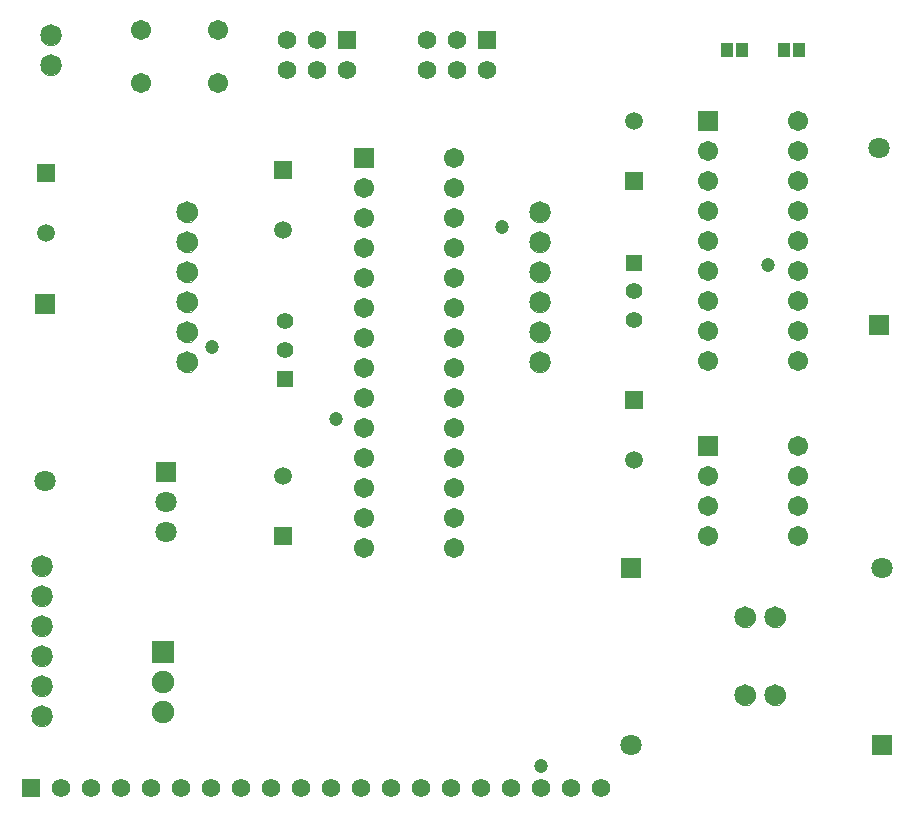
<source format=gts>
G04*
G04 #@! TF.GenerationSoftware,Altium Limited,Altium Designer,22.9.1 (49)*
G04*
G04 Layer_Color=8388736*
%FSLAX25Y25*%
%MOIN*%
G70*
G04*
G04 #@! TF.SameCoordinates,8C7AA2B9-2782-4D16-8663-33B98A07A00E*
G04*
G04*
G04 #@! TF.FilePolarity,Negative*
G04*
G01*
G75*
%ADD18C,0.00000*%
%ADD19R,0.03950X0.04540*%
%ADD20C,0.07178*%
%ADD21C,0.06706*%
%ADD22R,0.06706X0.06706*%
%ADD23R,0.06194X0.06194*%
%ADD24C,0.06194*%
%ADD25C,0.07099*%
%ADD26R,0.07099X0.07099*%
%ADD27C,0.07493*%
%ADD28R,0.07493X0.07493*%
%ADD29R,0.05524X0.05524*%
%ADD30C,0.05524*%
%ADD31R,0.07099X0.07099*%
%ADD32R,0.05918X0.05918*%
%ADD33C,0.05918*%
%ADD34C,0.04737*%
D18*
X190890Y162500D02*
X190739Y163499D01*
X190301Y164410D01*
X189614Y165150D01*
X188739Y165656D01*
X187753Y165881D01*
X186746Y165805D01*
X185805Y165436D01*
X185015Y164806D01*
X184446Y163971D01*
X184148Y163005D01*
Y161995D01*
X184446Y161029D01*
X185015Y160194D01*
X185805Y159564D01*
X186746Y159195D01*
X187753Y159119D01*
X188739Y159344D01*
X189614Y159850D01*
X190301Y160590D01*
X190739Y161501D01*
X190890Y162500D01*
Y172500D02*
X190739Y173499D01*
X190301Y174410D01*
X189614Y175150D01*
X188739Y175656D01*
X187753Y175881D01*
X186746Y175805D01*
X185805Y175436D01*
X185015Y174806D01*
X184446Y173971D01*
X184148Y173005D01*
Y171995D01*
X184446Y171029D01*
X185015Y170194D01*
X185805Y169564D01*
X186746Y169195D01*
X187753Y169120D01*
X188739Y169344D01*
X189614Y169850D01*
X190301Y170590D01*
X190739Y171501D01*
X190890Y172500D01*
Y182500D02*
X190739Y183499D01*
X190301Y184410D01*
X189614Y185150D01*
X188739Y185656D01*
X187753Y185880D01*
X186746Y185805D01*
X185805Y185436D01*
X185015Y184806D01*
X184446Y183971D01*
X184148Y183005D01*
Y181995D01*
X184446Y181029D01*
X185015Y180194D01*
X185805Y179564D01*
X186746Y179195D01*
X187753Y179120D01*
X188739Y179344D01*
X189614Y179850D01*
X190301Y180590D01*
X190739Y181501D01*
X190890Y182500D01*
Y192500D02*
X190739Y193499D01*
X190301Y194410D01*
X189614Y195150D01*
X188739Y195656D01*
X187753Y195880D01*
X186746Y195805D01*
X185805Y195436D01*
X185015Y194806D01*
X184446Y193971D01*
X184148Y193005D01*
Y191995D01*
X184446Y191029D01*
X185015Y190194D01*
X185805Y189564D01*
X186746Y189195D01*
X187753Y189120D01*
X188739Y189344D01*
X189614Y189850D01*
X190301Y190590D01*
X190739Y191501D01*
X190890Y192500D01*
Y202500D02*
X190739Y203499D01*
X190301Y204410D01*
X189614Y205150D01*
X188739Y205656D01*
X187753Y205880D01*
X186746Y205805D01*
X185805Y205436D01*
X185015Y204806D01*
X184446Y203971D01*
X184148Y203005D01*
Y201995D01*
X184446Y201029D01*
X185015Y200194D01*
X185805Y199564D01*
X186746Y199195D01*
X187753Y199119D01*
X188739Y199344D01*
X189614Y199850D01*
X190301Y200590D01*
X190739Y201501D01*
X190890Y202500D01*
Y212500D02*
X190739Y213499D01*
X190301Y214410D01*
X189614Y215150D01*
X188739Y215656D01*
X187753Y215880D01*
X186746Y215805D01*
X185805Y215436D01*
X185015Y214806D01*
X184446Y213971D01*
X184148Y213005D01*
Y211995D01*
X184446Y211029D01*
X185015Y210194D01*
X185805Y209564D01*
X186746Y209195D01*
X187753Y209120D01*
X188739Y209344D01*
X189614Y209850D01*
X190301Y210590D01*
X190739Y211501D01*
X190890Y212500D01*
X73390Y162500D02*
X73239Y163499D01*
X72801Y164410D01*
X72114Y165150D01*
X71238Y165656D01*
X70253Y165881D01*
X69246Y165805D01*
X68305Y165436D01*
X67515Y164806D01*
X66946Y163971D01*
X66648Y163005D01*
Y161995D01*
X66946Y161029D01*
X67515Y160194D01*
X68305Y159564D01*
X69246Y159195D01*
X70253Y159119D01*
X71238Y159344D01*
X72114Y159850D01*
X72801Y160590D01*
X73239Y161501D01*
X73390Y162500D01*
Y172500D02*
X73239Y173499D01*
X72801Y174410D01*
X72114Y175150D01*
X71238Y175656D01*
X70253Y175881D01*
X69246Y175805D01*
X68305Y175436D01*
X67515Y174806D01*
X66946Y173971D01*
X66648Y173005D01*
Y171995D01*
X66946Y171029D01*
X67515Y170194D01*
X68305Y169564D01*
X69246Y169195D01*
X70253Y169120D01*
X71238Y169344D01*
X72114Y169850D01*
X72801Y170590D01*
X73239Y171501D01*
X73390Y172500D01*
Y182500D02*
X73239Y183499D01*
X72801Y184410D01*
X72114Y185150D01*
X71238Y185656D01*
X70253Y185880D01*
X69246Y185805D01*
X68305Y185436D01*
X67515Y184806D01*
X66946Y183971D01*
X66648Y183005D01*
Y181995D01*
X66946Y181029D01*
X67515Y180194D01*
X68305Y179564D01*
X69246Y179195D01*
X70253Y179120D01*
X71238Y179344D01*
X72114Y179850D01*
X72801Y180590D01*
X73239Y181501D01*
X73390Y182500D01*
Y192500D02*
X73239Y193499D01*
X72801Y194410D01*
X72114Y195150D01*
X71238Y195656D01*
X70253Y195880D01*
X69246Y195805D01*
X68305Y195436D01*
X67515Y194806D01*
X66946Y193971D01*
X66648Y193005D01*
Y191995D01*
X66946Y191029D01*
X67515Y190194D01*
X68305Y189564D01*
X69246Y189195D01*
X70253Y189120D01*
X71238Y189344D01*
X72114Y189850D01*
X72801Y190590D01*
X73239Y191501D01*
X73390Y192500D01*
Y202500D02*
X73239Y203499D01*
X72801Y204410D01*
X72114Y205150D01*
X71238Y205656D01*
X70253Y205880D01*
X69246Y205805D01*
X68305Y205436D01*
X67515Y204806D01*
X66946Y203971D01*
X66648Y203005D01*
Y201995D01*
X66946Y201029D01*
X67515Y200194D01*
X68305Y199564D01*
X69246Y199195D01*
X70253Y199119D01*
X71238Y199344D01*
X72114Y199850D01*
X72801Y200590D01*
X73239Y201501D01*
X73390Y202500D01*
Y212500D02*
X73239Y213499D01*
X72801Y214410D01*
X72114Y215150D01*
X71238Y215656D01*
X70253Y215880D01*
X69246Y215805D01*
X68305Y215436D01*
X67515Y214806D01*
X66946Y213971D01*
X66648Y213005D01*
Y211995D01*
X66946Y211029D01*
X67515Y210194D01*
X68305Y209564D01*
X69246Y209195D01*
X70253Y209120D01*
X71238Y209344D01*
X72114Y209850D01*
X72801Y210590D01*
X73239Y211501D01*
X73390Y212500D01*
X27890Y261500D02*
X27739Y262499D01*
X27301Y263410D01*
X26614Y264150D01*
X25738Y264656D01*
X24753Y264880D01*
X23746Y264805D01*
X22805Y264436D01*
X22015Y263806D01*
X21446Y262971D01*
X21148Y262005D01*
Y260995D01*
X21446Y260029D01*
X22015Y259194D01*
X22805Y258564D01*
X23746Y258195D01*
X24753Y258120D01*
X25738Y258344D01*
X26614Y258850D01*
X27301Y259590D01*
X27739Y260501D01*
X27890Y261500D01*
Y271500D02*
X27739Y272499D01*
X27301Y273410D01*
X26614Y274150D01*
X25738Y274656D01*
X24753Y274881D01*
X23746Y274805D01*
X22805Y274436D01*
X22015Y273806D01*
X21446Y272971D01*
X21148Y272005D01*
Y270995D01*
X21446Y270029D01*
X22015Y269194D01*
X22805Y268564D01*
X23746Y268195D01*
X24753Y268120D01*
X25738Y268344D01*
X26614Y268850D01*
X27301Y269590D01*
X27739Y270501D01*
X27890Y271500D01*
X24890Y44500D02*
X24739Y45499D01*
X24301Y46410D01*
X23614Y47150D01*
X22738Y47656D01*
X21753Y47881D01*
X20746Y47805D01*
X19805Y47436D01*
X19015Y46806D01*
X18446Y45971D01*
X18148Y45005D01*
Y43995D01*
X18446Y43029D01*
X19015Y42194D01*
X19805Y41564D01*
X20746Y41195D01*
X21753Y41120D01*
X22738Y41344D01*
X23614Y41850D01*
X24301Y42590D01*
X24739Y43501D01*
X24890Y44500D01*
Y54500D02*
X24739Y55499D01*
X24301Y56410D01*
X23614Y57150D01*
X22738Y57656D01*
X21753Y57881D01*
X20746Y57805D01*
X19805Y57436D01*
X19015Y56806D01*
X18446Y55971D01*
X18148Y55005D01*
Y53995D01*
X18446Y53029D01*
X19015Y52194D01*
X19805Y51564D01*
X20746Y51195D01*
X21753Y51120D01*
X22738Y51344D01*
X23614Y51850D01*
X24301Y52590D01*
X24739Y53501D01*
X24890Y54500D01*
Y64500D02*
X24739Y65499D01*
X24301Y66410D01*
X23614Y67150D01*
X22738Y67656D01*
X21753Y67880D01*
X20746Y67805D01*
X19805Y67436D01*
X19015Y66806D01*
X18446Y65971D01*
X18148Y65005D01*
Y63995D01*
X18446Y63029D01*
X19015Y62194D01*
X19805Y61564D01*
X20746Y61195D01*
X21753Y61120D01*
X22738Y61344D01*
X23614Y61850D01*
X24301Y62590D01*
X24739Y63501D01*
X24890Y64500D01*
Y74500D02*
X24739Y75499D01*
X24301Y76410D01*
X23614Y77150D01*
X22738Y77656D01*
X21753Y77881D01*
X20746Y77805D01*
X19805Y77436D01*
X19015Y76806D01*
X18446Y75971D01*
X18148Y75005D01*
Y73995D01*
X18446Y73029D01*
X19015Y72194D01*
X19805Y71564D01*
X20746Y71195D01*
X21753Y71119D01*
X22738Y71344D01*
X23614Y71850D01*
X24301Y72590D01*
X24739Y73501D01*
X24890Y74500D01*
Y84500D02*
X24739Y85499D01*
X24301Y86410D01*
X23614Y87150D01*
X22738Y87656D01*
X21753Y87880D01*
X20746Y87805D01*
X19805Y87436D01*
X19015Y86806D01*
X18446Y85971D01*
X18148Y85005D01*
Y83995D01*
X18446Y83029D01*
X19015Y82194D01*
X19805Y81564D01*
X20746Y81195D01*
X21753Y81120D01*
X22738Y81344D01*
X23614Y81850D01*
X24301Y82590D01*
X24739Y83501D01*
X24890Y84500D01*
Y94500D02*
X24739Y95499D01*
X24301Y96410D01*
X23614Y97150D01*
X22738Y97656D01*
X21753Y97881D01*
X20746Y97805D01*
X19805Y97436D01*
X19015Y96806D01*
X18446Y95971D01*
X18148Y95005D01*
Y93995D01*
X18446Y93029D01*
X19015Y92194D01*
X19805Y91564D01*
X20746Y91195D01*
X21753Y91119D01*
X22738Y91344D01*
X23614Y91850D01*
X24301Y92590D01*
X24739Y93501D01*
X24890Y94500D01*
X259390Y77500D02*
X259239Y78499D01*
X258801Y79410D01*
X258114Y80150D01*
X257239Y80656D01*
X256253Y80880D01*
X255246Y80805D01*
X254305Y80436D01*
X253515Y79806D01*
X252946Y78971D01*
X252648Y78005D01*
Y76995D01*
X252946Y76029D01*
X253515Y75194D01*
X254305Y74564D01*
X255246Y74195D01*
X256253Y74120D01*
X257239Y74344D01*
X258114Y74850D01*
X258801Y75590D01*
X259239Y76501D01*
X259390Y77500D01*
X269390D02*
X269239Y78499D01*
X268801Y79410D01*
X268114Y80150D01*
X267238Y80656D01*
X266253Y80880D01*
X265246Y80805D01*
X264305Y80436D01*
X263515Y79806D01*
X262946Y78971D01*
X262648Y78005D01*
Y76995D01*
X262946Y76029D01*
X263515Y75194D01*
X264305Y74564D01*
X265246Y74195D01*
X266253Y74120D01*
X267238Y74344D01*
X268114Y74850D01*
X268801Y75590D01*
X269239Y76501D01*
X269390Y77500D01*
X259390Y51500D02*
X259239Y52499D01*
X258801Y53410D01*
X258114Y54150D01*
X257239Y54656D01*
X256253Y54880D01*
X255246Y54805D01*
X254305Y54436D01*
X253515Y53806D01*
X252946Y52971D01*
X252648Y52005D01*
Y50995D01*
X252946Y50029D01*
X253515Y49194D01*
X254305Y48564D01*
X255246Y48195D01*
X256253Y48120D01*
X257239Y48344D01*
X258114Y48850D01*
X258801Y49590D01*
X259239Y50501D01*
X259390Y51500D01*
X269390D02*
X269239Y52499D01*
X268801Y53410D01*
X268114Y54150D01*
X267238Y54656D01*
X266253Y54880D01*
X265246Y54805D01*
X264305Y54436D01*
X263515Y53806D01*
X262946Y52971D01*
X262648Y52005D01*
Y50995D01*
X262946Y50029D01*
X263515Y49194D01*
X264305Y48564D01*
X265246Y48195D01*
X266253Y48120D01*
X267238Y48344D01*
X268114Y48850D01*
X268801Y49590D01*
X269239Y50501D01*
X269390Y51500D01*
D19*
X274000Y266500D02*
D03*
X268882D02*
D03*
X250000D02*
D03*
X255118D02*
D03*
D20*
X187500Y162500D02*
D03*
Y172500D02*
D03*
Y182500D02*
D03*
Y192500D02*
D03*
Y202500D02*
D03*
Y212500D02*
D03*
X70000Y162500D02*
D03*
Y172500D02*
D03*
Y182500D02*
D03*
Y192500D02*
D03*
Y202500D02*
D03*
Y212500D02*
D03*
X24500Y261500D02*
D03*
Y271500D02*
D03*
X21500Y44500D02*
D03*
Y54500D02*
D03*
Y64500D02*
D03*
Y74500D02*
D03*
Y84500D02*
D03*
Y94500D02*
D03*
X256000Y77500D02*
D03*
X266000D02*
D03*
X256000Y51500D02*
D03*
X266000D02*
D03*
D21*
X159000Y100500D02*
D03*
Y110500D02*
D03*
Y120500D02*
D03*
Y130500D02*
D03*
Y140500D02*
D03*
Y150500D02*
D03*
Y160500D02*
D03*
Y170500D02*
D03*
Y180500D02*
D03*
Y190500D02*
D03*
Y200500D02*
D03*
Y210500D02*
D03*
Y220500D02*
D03*
Y230500D02*
D03*
X129000Y100500D02*
D03*
Y110500D02*
D03*
Y120500D02*
D03*
Y130500D02*
D03*
Y140500D02*
D03*
Y150500D02*
D03*
Y160500D02*
D03*
Y170500D02*
D03*
Y180500D02*
D03*
Y190500D02*
D03*
Y200500D02*
D03*
Y210500D02*
D03*
Y220500D02*
D03*
X54705Y255642D02*
D03*
Y273358D02*
D03*
X80295D02*
D03*
Y255642D02*
D03*
X273500Y104500D02*
D03*
Y114500D02*
D03*
Y124500D02*
D03*
Y134500D02*
D03*
X243500Y104500D02*
D03*
Y114500D02*
D03*
Y124500D02*
D03*
Y233000D02*
D03*
Y223000D02*
D03*
Y213000D02*
D03*
Y203000D02*
D03*
Y193000D02*
D03*
Y183000D02*
D03*
Y173000D02*
D03*
Y163000D02*
D03*
X273500Y243000D02*
D03*
Y233000D02*
D03*
Y223000D02*
D03*
Y213000D02*
D03*
Y203000D02*
D03*
Y193000D02*
D03*
Y183000D02*
D03*
Y173000D02*
D03*
Y163000D02*
D03*
D22*
X129000Y230500D02*
D03*
X243500Y134500D02*
D03*
Y243000D02*
D03*
D23*
X123373Y270000D02*
D03*
X18000Y20500D02*
D03*
X170000Y270000D02*
D03*
D24*
X123373Y260000D02*
D03*
X113373Y270000D02*
D03*
Y260000D02*
D03*
X103373Y270000D02*
D03*
Y260000D02*
D03*
X28000Y20500D02*
D03*
X38000D02*
D03*
X48000D02*
D03*
X58000D02*
D03*
X68000D02*
D03*
X78000D02*
D03*
X88000D02*
D03*
X98000D02*
D03*
X108000D02*
D03*
X118000D02*
D03*
X128000D02*
D03*
X138000D02*
D03*
X148000D02*
D03*
X158000D02*
D03*
X168000D02*
D03*
X178000D02*
D03*
X188000D02*
D03*
X198000D02*
D03*
X208000D02*
D03*
X170000Y260000D02*
D03*
X160000Y270000D02*
D03*
Y260000D02*
D03*
X150000Y270000D02*
D03*
Y260000D02*
D03*
D25*
X63000Y105937D02*
D03*
Y115937D02*
D03*
X218000Y34972D02*
D03*
X22500Y122972D02*
D03*
X300500Y234028D02*
D03*
X301500Y94028D02*
D03*
D26*
X63000Y125937D02*
D03*
D27*
X62016Y45921D02*
D03*
Y55961D02*
D03*
D28*
Y66000D02*
D03*
D29*
X102500Y156894D02*
D03*
X219000Y195713D02*
D03*
D30*
X102500Y166500D02*
D03*
Y176106D02*
D03*
X219000Y186106D02*
D03*
Y176500D02*
D03*
D31*
X218000Y94028D02*
D03*
X22500Y182028D02*
D03*
X300500Y174972D02*
D03*
X301500Y34972D02*
D03*
D32*
X219000Y222819D02*
D03*
Y149819D02*
D03*
X23000Y225500D02*
D03*
X102000Y226500D02*
D03*
Y104500D02*
D03*
D33*
X219000Y242819D02*
D03*
Y129819D02*
D03*
X23000Y205500D02*
D03*
X102000Y206500D02*
D03*
Y124500D02*
D03*
D34*
X175000Y207500D02*
D03*
X119600Y143697D02*
D03*
X78200Y167500D02*
D03*
X263700Y194800D02*
D03*
X188100Y28000D02*
D03*
M02*

</source>
